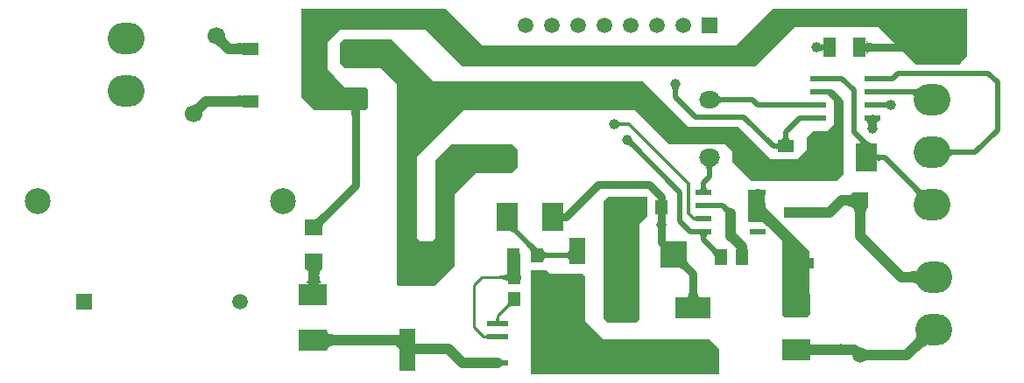
<source format=gtl>
G04 Layer_Physical_Order=1*
G04 Layer_Color=255*
%FSLAX44Y44*%
%MOMM*%
G71*
G01*
G75*
%ADD10R,2.1590X2.7430*%
%ADD11R,2.7430X2.1590*%
%ADD12R,1.5240X0.5080*%
%ADD13R,3.0000X1.0000*%
%ADD14R,1.2700X1.6002*%
%ADD15R,1.3000X1.8500*%
%ADD16R,1.6002X1.2700*%
%ADD17R,1.2700X1.3970*%
%ADD18R,1.6510X1.5240*%
%ADD19R,1.6000X1.1999*%
%ADD20R,1.5000X2.5000*%
%ADD21R,3.5000X2.0000*%
%ADD22R,2.0000X0.6000*%
%ADD23R,1.5000X4.0640*%
%ADD24O,1.5000X4.0640*%
%ADD25R,2.5000X2.5000*%
%ADD26R,2.5000X2.0000*%
%ADD27C,1.0000*%
%ADD28C,0.7620*%
%ADD29C,0.5000*%
%ADD30C,0.3000*%
%ADD31C,0.2540*%
%ADD32C,1.2700*%
%ADD33C,1.5000*%
%ADD34R,1.5000X1.5000*%
%ADD35O,2.0320X1.6510*%
%ADD36O,3.5560X3.0480*%
%ADD37R,1.5000X1.5000*%
%ADD38C,2.5000*%
%ADD39C,1.7000*%
%ADD40C,1.0000*%
G36*
X500453Y-232722D02*
X502166Y-234155D01*
X502948Y-234692D01*
X503680Y-235108D01*
X504362Y-235405D01*
X504994Y-235581D01*
X505577Y-235638D01*
X506110Y-235575D01*
X506592Y-235392D01*
X497393Y-240273D01*
X497770Y-239984D01*
X497983Y-239602D01*
X498034Y-239127D01*
X497922Y-238559D01*
X497646Y-237898D01*
X497208Y-237145D01*
X496607Y-236298D01*
X495844Y-235359D01*
X493827Y-233202D01*
X499521Y-231826D01*
X500453Y-232722D01*
D02*
G37*
G36*
X669116Y-222239D02*
X668691Y-222390D01*
X668316Y-222642D01*
X667991Y-222994D01*
X667716Y-223447D01*
X667491Y-224000D01*
X667316Y-224654D01*
X667191Y-225408D01*
X667116Y-226264D01*
X667091Y-227220D01*
X662091D01*
X662066Y-226264D01*
X661991Y-225408D01*
X661866Y-224654D01*
X661691Y-224000D01*
X661466Y-223447D01*
X661191Y-222994D01*
X660866Y-222642D01*
X660491Y-222390D01*
X660066Y-222239D01*
X659591Y-222189D01*
X669591D01*
X669116Y-222239D01*
D02*
G37*
G36*
X484837Y-214302D02*
X484632Y-214694D01*
X484588Y-215175D01*
X484704Y-215747D01*
X484981Y-216409D01*
X485417Y-217161D01*
X486015Y-218004D01*
X486772Y-218936D01*
X488768Y-221073D01*
X483330Y-222706D01*
X482388Y-221798D01*
X480659Y-220350D01*
X479874Y-219810D01*
X479140Y-219392D01*
X478459Y-219097D01*
X477831Y-218924D01*
X477255Y-218873D01*
X476731Y-218946D01*
X476259Y-219140D01*
X485202Y-214002D01*
X484837Y-214302D01*
D02*
G37*
G36*
X510021Y-237791D02*
X510172Y-238216D01*
X510424Y-238591D01*
X510776Y-238916D01*
X511229Y-239191D01*
X511782Y-239416D01*
X512436Y-239591D01*
X513190Y-239716D01*
X514046Y-239791D01*
X515001Y-239816D01*
Y-244816D01*
X514046Y-244841D01*
X513190Y-244916D01*
X512436Y-245041D01*
X511782Y-245216D01*
X511229Y-245441D01*
X510776Y-245716D01*
X510424Y-246041D01*
X510172Y-246416D01*
X510021Y-246841D01*
X509971Y-247316D01*
Y-237316D01*
X510021Y-237791D01*
D02*
G37*
G36*
X534851Y-247316D02*
X534801Y-246841D01*
X534650Y-246416D01*
X534398Y-246041D01*
X534046Y-245716D01*
X533593Y-245441D01*
X533040Y-245216D01*
X532386Y-245041D01*
X531632Y-244916D01*
X530776Y-244841D01*
X529821Y-244816D01*
Y-239816D01*
X530776Y-239791D01*
X531632Y-239716D01*
X532386Y-239591D01*
X533040Y-239416D01*
X533593Y-239191D01*
X534046Y-238916D01*
X534398Y-238591D01*
X534650Y-238216D01*
X534801Y-237791D01*
X534851Y-237316D01*
Y-247316D01*
D02*
G37*
G36*
X674613Y-234163D02*
X676554Y-235823D01*
X677393Y-236417D01*
X678144Y-236852D01*
X678807Y-237130D01*
X679383Y-237250D01*
X679870Y-237212D01*
X680270Y-237016D01*
X680583Y-236662D01*
X675193Y-245354D01*
X675399Y-244893D01*
X675480Y-244378D01*
X675435Y-243808D01*
X675266Y-243184D01*
X674972Y-242504D01*
X674553Y-241770D01*
X674009Y-240980D01*
X673340Y-240136D01*
X672546Y-239237D01*
X671627Y-238283D01*
X673512Y-233096D01*
X674613Y-234163D01*
D02*
G37*
G36*
X657001Y-222220D02*
X652018Y-222210D01*
Y-217210D01*
X657001Y-217201D01*
Y-222220D01*
D02*
G37*
G36*
X677180Y-191810D02*
Y-196810D01*
X672180Y-196819D01*
Y-191800D01*
X677180Y-191810D01*
D02*
G37*
G36*
X872605Y-177392D02*
X873348Y-178029D01*
X874049Y-178555D01*
X874710Y-178970D01*
X875330Y-179273D01*
X875909Y-179465D01*
X876448Y-179546D01*
X876945Y-179515D01*
X877401Y-179373D01*
X877817Y-179120D01*
X869894Y-185313D01*
X870230Y-184979D01*
X870446Y-184596D01*
X870543Y-184164D01*
X870520Y-183682D01*
X870377Y-183152D01*
X870114Y-182572D01*
X869732Y-181943D01*
X869230Y-181265D01*
X868609Y-180538D01*
X867868Y-179761D01*
X871821Y-176644D01*
X872605Y-177392D01*
D02*
G37*
G36*
X667116Y-175056D02*
X667191Y-175912D01*
X667316Y-176666D01*
X667491Y-177320D01*
X667716Y-177873D01*
X667991Y-178326D01*
X668316Y-178678D01*
X668691Y-178930D01*
X669116Y-179081D01*
X669591Y-179131D01*
X659591D01*
X660066Y-179081D01*
X660491Y-178930D01*
X660866Y-178678D01*
X661191Y-178326D01*
X661466Y-177873D01*
X661691Y-177320D01*
X661866Y-176666D01*
X661991Y-175912D01*
X662066Y-175056D01*
X662091Y-174100D01*
X667091D01*
X667116Y-175056D01*
D02*
G37*
G36*
X301649Y-206914D02*
X300108Y-208507D01*
X297694Y-211351D01*
X296819Y-212600D01*
X296166Y-213735D01*
X295735Y-214756D01*
X295526Y-215661D01*
X295539Y-216452D01*
X295774Y-217128D01*
X296230Y-217690D01*
X284849Y-207579D01*
X285468Y-207978D01*
X286188Y-208169D01*
X287011Y-208150D01*
X287935Y-207922D01*
X288962Y-207485D01*
X290091Y-206838D01*
X291321Y-205982D01*
X292654Y-204918D01*
X295625Y-202160D01*
X301649Y-206914D01*
D02*
G37*
G36*
X808633Y-196884D02*
X823571D01*
X823102Y-196984D01*
X822682Y-197283D01*
X822312Y-197784D01*
X821991Y-198484D01*
X821719Y-199384D01*
X821497Y-200483D01*
X821324Y-201784D01*
X821127Y-204984D01*
X821102Y-206884D01*
X811102D01*
X811077Y-204984D01*
X810707Y-200483D01*
X810485Y-199384D01*
X810213Y-198484D01*
X809892Y-197784D01*
X809521Y-197283D01*
X809102Y-196984D01*
X808633Y-196884D01*
X808532Y-196414D01*
X808232Y-195994D01*
X807732Y-195624D01*
X807032Y-195303D01*
X806133Y-195031D01*
X805033Y-194809D01*
X803733Y-194636D01*
X800533Y-194439D01*
X798633Y-194414D01*
Y-184414D01*
X800533Y-184389D01*
X805033Y-184019D01*
X806133Y-183797D01*
X807032Y-183525D01*
X807732Y-183204D01*
X808232Y-182833D01*
X808532Y-182414D01*
X808633Y-181945D01*
Y-196884D01*
D02*
G37*
G36*
X685891Y-193386D02*
X688217Y-195414D01*
X688904Y-195923D01*
X689548Y-196349D01*
X690147Y-196691D01*
X690703Y-196949D01*
X691214Y-197123D01*
X691682Y-197214D01*
X686164Y-202732D01*
X686073Y-202264D01*
X685899Y-201753D01*
X685640Y-201197D01*
X685299Y-200598D01*
X684873Y-199954D01*
X684364Y-199267D01*
X683095Y-197760D01*
X681492Y-196078D01*
X685028Y-192542D01*
X685891Y-193386D01*
D02*
G37*
G36*
X455527Y-324104D02*
X455501Y-323863D01*
X455424Y-323647D01*
X455296Y-323456D01*
X455116Y-323291D01*
X454884Y-323152D01*
X454602Y-323037D01*
X454267Y-322948D01*
X453882Y-322885D01*
X453445Y-322847D01*
X452957Y-322834D01*
Y-320294D01*
X453445Y-320281D01*
X453882Y-320243D01*
X454267Y-320180D01*
X454602Y-320091D01*
X454884Y-319977D01*
X455116Y-319837D01*
X455296Y-319672D01*
X455424Y-319481D01*
X455501Y-319265D01*
X455527Y-319024D01*
Y-324104D01*
D02*
G37*
G36*
X610362Y-186182D02*
Y-204470D01*
X609600Y-205232D01*
X602488Y-212344D01*
Y-291592D01*
Y-304800D01*
X601726Y-305562D01*
X599440Y-307848D01*
X572516D01*
X572262Y-307594D01*
X568198Y-303530D01*
Y-215138D01*
Y-189738D01*
X568960Y-188976D01*
X572516Y-185420D01*
X609600D01*
X610362Y-186182D01*
D02*
G37*
G36*
X466749Y-303843D02*
X466787Y-304280D01*
X466850Y-304665D01*
X466939Y-305000D01*
X467053Y-305282D01*
X467193Y-305514D01*
X467358Y-305694D01*
X467549Y-305822D01*
X467765Y-305899D01*
X468006Y-305925D01*
X462926D01*
X463167Y-305899D01*
X463383Y-305822D01*
X463574Y-305694D01*
X463739Y-305514D01*
X463879Y-305282D01*
X463993Y-305000D01*
X464082Y-304665D01*
X464145Y-304280D01*
X464183Y-303843D01*
X464196Y-303354D01*
X466736D01*
X466749Y-303843D01*
D02*
G37*
G36*
X516128Y-260604D02*
X547878D01*
X550418Y-263144D01*
Y-282702D01*
Y-306578D01*
X554990Y-311150D01*
X567436Y-323596D01*
X670560D01*
X672338Y-325374D01*
X679958Y-332994D01*
Y-357308D01*
X497840D01*
Y-257048D01*
X512572D01*
X516128Y-260604D01*
D02*
G37*
G36*
X300774Y-315564D02*
X301075Y-316414D01*
X301577Y-317164D01*
X302279Y-317814D01*
X303182Y-318364D01*
X304285Y-318814D01*
X305589Y-319164D01*
X307094Y-319414D01*
X308799Y-319564D01*
X310704Y-319614D01*
Y-329614D01*
X308799Y-329664D01*
X307094Y-329814D01*
X305589Y-330064D01*
X304285Y-330414D01*
X303182Y-330864D01*
X302279Y-331414D01*
X301577Y-332064D01*
X301075Y-332814D01*
X300774Y-333664D01*
X300674Y-334614D01*
Y-314614D01*
X300774Y-315564D01*
D02*
G37*
G36*
X884838Y-329678D02*
X884025Y-329153D01*
X883105Y-328876D01*
X882077Y-328848D01*
X880942Y-329068D01*
X879698Y-329537D01*
X878348Y-330254D01*
X876889Y-331219D01*
X875323Y-332434D01*
X873650Y-333896D01*
X871868Y-335607D01*
X864346Y-328987D01*
X866033Y-327229D01*
X868635Y-324064D01*
X869549Y-322657D01*
X870206Y-321366D01*
X870606Y-320191D01*
X870748Y-319134D01*
X870633Y-318193D01*
X870260Y-317368D01*
X869630Y-316660D01*
X884838Y-329678D01*
D02*
G37*
G36*
X724154Y-191784D02*
X724250Y-191800D01*
X724154D01*
Y-195834D01*
X737362Y-209042D01*
X766572Y-238252D01*
Y-292354D01*
Y-300482D01*
X766064Y-300990D01*
X764540Y-302514D01*
X743458D01*
X740918Y-299974D01*
Y-290576D01*
Y-229108D01*
X726821Y-215011D01*
Y-214630D01*
X726440D01*
X722122Y-210312D01*
X708914D01*
X708660Y-210058D01*
X707390Y-208788D01*
Y-207772D01*
Y-179070D01*
X724154D01*
Y-191784D01*
D02*
G37*
G36*
X295648Y-255847D02*
X295100Y-256147D01*
X294616Y-256647D01*
X294197Y-257348D01*
X293842Y-258248D01*
X293552Y-259347D01*
X293326Y-260648D01*
X293165Y-262148D01*
X293157Y-262365D01*
X293236Y-263260D01*
X293486Y-264765D01*
X293836Y-266069D01*
X294286Y-267172D01*
X294836Y-268075D01*
X295486Y-268777D01*
X296236Y-269279D01*
X297086Y-269580D01*
X298036Y-269680D01*
X278036D01*
X278986Y-269580D01*
X279836Y-269279D01*
X280586Y-268777D01*
X281236Y-268075D01*
X281786Y-267172D01*
X282236Y-266069D01*
X282586Y-264765D01*
X282836Y-263260D01*
X282899Y-262546D01*
X282746Y-260648D01*
X282520Y-259347D01*
X282230Y-258248D01*
X281875Y-257348D01*
X281456Y-256647D01*
X280972Y-256147D01*
X280424Y-255847D01*
X279811Y-255748D01*
X296261D01*
X295648Y-255847D01*
D02*
G37*
G36*
X476843Y-268399D02*
X476118Y-267787D01*
X475233Y-267239D01*
X474188Y-266755D01*
X472984Y-266336D01*
X471621Y-265982D01*
X470097Y-265692D01*
X468414Y-265466D01*
X464570Y-265208D01*
X462408Y-265176D01*
Y-262636D01*
X464570Y-262604D01*
X470097Y-262120D01*
X471621Y-261830D01*
X472984Y-261476D01*
X474188Y-261057D01*
X475233Y-260573D01*
X476118Y-260025D01*
X476843Y-259413D01*
Y-268399D01*
D02*
G37*
G36*
X647881Y-244091D02*
X647669Y-244790D01*
X647672Y-245596D01*
X647890Y-246511D01*
X648324Y-247535D01*
X648974Y-248666D01*
X649839Y-249907D01*
X650920Y-251255D01*
X653728Y-254277D01*
X648339Y-259666D01*
X646774Y-258154D01*
X643969Y-255777D01*
X642729Y-254912D01*
X641597Y-254262D01*
X640573Y-253828D01*
X639658Y-253610D01*
X638852Y-253607D01*
X638153Y-253819D01*
X637563Y-254247D01*
X648309Y-243501D01*
X647881Y-244091D01*
D02*
G37*
G36*
X477968Y-292166D02*
X477801Y-291997D01*
X477592Y-291906D01*
X477340Y-291894D01*
X477045Y-291959D01*
X476707Y-292103D01*
X476326Y-292324D01*
X475903Y-292624D01*
X475437Y-293002D01*
X474375Y-293993D01*
X473214Y-291562D01*
X473692Y-291066D01*
X474451Y-290166D01*
X474732Y-289762D01*
X474947Y-289387D01*
X475097Y-289043D01*
X475181Y-288730D01*
X475200Y-288446D01*
X475153Y-288193D01*
X475041Y-287969D01*
X477968Y-292166D01*
D02*
G37*
G36*
X658422Y-276904D02*
X658536Y-278205D01*
X658727Y-279352D01*
X658994Y-280347D01*
X659336Y-281188D01*
X659756Y-281877D01*
X660251Y-282412D01*
X660822Y-282795D01*
X661470Y-283025D01*
X662194Y-283101D01*
X646954D01*
X647678Y-283025D01*
X648326Y-282795D01*
X648897Y-282412D01*
X649392Y-281877D01*
X649811Y-281188D01*
X650154Y-280347D01*
X650421Y-279352D01*
X650612Y-278205D01*
X650726Y-276904D01*
X650764Y-275450D01*
X658384D01*
X658422Y-276904D01*
D02*
G37*
G36*
X873244Y-273632D02*
X873115Y-272686D01*
X872726Y-271839D01*
X872078Y-271092D01*
X871171Y-270445D01*
X870006Y-269897D01*
X868581Y-269449D01*
X866897Y-269100D01*
X864954Y-268851D01*
X862752Y-268702D01*
X860290Y-268652D01*
Y-258652D01*
X862752Y-258602D01*
X866897Y-258204D01*
X868581Y-257855D01*
X870006Y-257407D01*
X871171Y-256859D01*
X872078Y-256212D01*
X872726Y-255465D01*
X873115Y-254618D01*
X873244Y-253672D01*
Y-273632D01*
D02*
G37*
G36*
X867728Y-89081D02*
X867994Y-88605D01*
X868105Y-88179D01*
X868061Y-87802D01*
X867862Y-87477D01*
X867508Y-87201D01*
X866999Y-86975D01*
X866335Y-86800D01*
X865516Y-86674D01*
X864542Y-86599D01*
X863413Y-86574D01*
X866508Y-81574D01*
X867734Y-81549D01*
X869906Y-81351D01*
X870851Y-81178D01*
X871704Y-80955D01*
X872463Y-80683D01*
X873128Y-80362D01*
X873701Y-79991D01*
X874180Y-79570D01*
X874565Y-79100D01*
X867728Y-89081D01*
D02*
G37*
G36*
X840248Y-81574D02*
Y-86574D01*
X835248Y-86583D01*
Y-81565D01*
X840248Y-81574D01*
D02*
G37*
G36*
X640850Y-80747D02*
X640680Y-80997D01*
X640530Y-81283D01*
X640400Y-81605D01*
X640290Y-81963D01*
X640200Y-82357D01*
X640130Y-82787D01*
X640080Y-83252D01*
X640040Y-84292D01*
X635040D01*
X635030Y-83754D01*
X634950Y-82787D01*
X634880Y-82357D01*
X634790Y-81963D01*
X634680Y-81605D01*
X634550Y-81283D01*
X634400Y-80997D01*
X634230Y-80747D01*
X634040Y-80533D01*
X641040D01*
X640850Y-80747D01*
D02*
G37*
G36*
X218598Y-99187D02*
X218498Y-99003D01*
X218199Y-98838D01*
X217698Y-98693D01*
X216999Y-98567D01*
X216098Y-98460D01*
X213699Y-98305D01*
X208598Y-98218D01*
Y-88218D01*
X210499Y-88208D01*
X217698Y-87743D01*
X218199Y-87598D01*
X218498Y-87433D01*
X218598Y-87249D01*
Y-99187D01*
D02*
G37*
G36*
X678711Y-87439D02*
X678901Y-87860D01*
X679217Y-88232D01*
X679659Y-88555D01*
X680229Y-88828D01*
X680924Y-89051D01*
X681746Y-89225D01*
X682695Y-89349D01*
X683770Y-89423D01*
X684971Y-89448D01*
Y-94448D01*
X683770Y-94473D01*
X681746Y-94671D01*
X680924Y-94845D01*
X680229Y-95068D01*
X679659Y-95341D01*
X679217Y-95663D01*
X678901Y-96036D01*
X678711Y-96457D01*
X678648Y-96929D01*
Y-86967D01*
X678711Y-87439D01*
D02*
G37*
G36*
X841822Y-100342D02*
X841615Y-100139D01*
X841371Y-99958D01*
X841090Y-99797D01*
X840772Y-99658D01*
X840418Y-99541D01*
X840028Y-99445D01*
X839601Y-99370D01*
X839137Y-99317D01*
X838194Y-99278D01*
X835248Y-99284D01*
Y-94264D01*
X838579Y-94271D01*
X838932Y-94265D01*
X839902Y-94191D01*
X840334Y-94126D01*
X840731Y-94043D01*
X841091Y-93942D01*
X841416Y-93822D01*
X841706Y-93683D01*
X841960Y-93526D01*
X842178Y-93351D01*
X841822Y-100342D01*
D02*
G37*
G36*
X788178Y-68874D02*
Y-73874D01*
X783178Y-73884D01*
Y-68864D01*
X788178Y-68874D01*
D02*
G37*
G36*
X201982Y-30783D02*
X202085Y-31114D01*
X202259Y-31490D01*
X202504Y-31909D01*
X202819Y-32372D01*
X203204Y-32878D01*
X204187Y-34022D01*
X205452Y-35341D01*
X198381Y-42412D01*
X197700Y-41744D01*
X195412Y-39779D01*
X194949Y-39464D01*
X194530Y-39219D01*
X194154Y-39045D01*
X193823Y-38942D01*
X193535Y-38910D01*
X201950Y-30495D01*
X201982Y-30783D01*
D02*
G37*
G36*
X919734Y-49530D02*
X913384Y-55880D01*
X911352Y-57912D01*
X870204D01*
X861314Y-49022D01*
X833882Y-21590D01*
X752348D01*
X722884Y-51054D01*
X714248Y-59690D01*
X431800D01*
X397764Y-25654D01*
X396240Y-24130D01*
X313436D01*
X305562Y-32004D01*
X301244Y-36322D01*
Y-42926D01*
Y-62484D01*
X308356Y-69596D01*
X318516Y-79756D01*
X337820D01*
X339852Y-81788D01*
Y-99568D01*
X337820Y-101600D01*
X332723D01*
X332588Y-101930D01*
X332321Y-102921D01*
X332130Y-104064D01*
X332016Y-105359D01*
X331978Y-106807D01*
X324358D01*
X324320Y-105359D01*
X324206Y-104064D01*
X324015Y-102921D01*
X323748Y-101930D01*
X323613Y-101600D01*
X287782D01*
X276352Y-90170D01*
X275844Y-89662D01*
Y-55118D01*
Y-3626D01*
X415614D01*
X443484Y-31496D01*
X451358Y-39370D01*
X696214D01*
X731958Y-3626D01*
X919734D01*
Y-49530D01*
D02*
G37*
G36*
X779923Y-38862D02*
X780897Y-38902D01*
X780603Y-43902D01*
X780064Y-43911D01*
X779923Y-43922D01*
Y-46402D01*
X779873Y-45927D01*
X779722Y-45502D01*
X779470Y-45127D01*
X779118Y-44802D01*
X778665Y-44527D01*
X778112Y-44302D01*
X777885Y-44241D01*
X777580Y-44354D01*
X777290Y-44493D01*
X777036Y-44650D01*
X776818Y-44825D01*
X776859Y-44028D01*
X776703Y-44002D01*
X775848Y-43927D01*
X774893Y-43902D01*
Y-38902D01*
X775848Y-38877D01*
X776703Y-38802D01*
X777128Y-38732D01*
X777174Y-37834D01*
X777381Y-38037D01*
X777625Y-38218D01*
X777906Y-38379D01*
X778151Y-38486D01*
X778665Y-38277D01*
X779118Y-38002D01*
X779470Y-37677D01*
X779722Y-37302D01*
X779873Y-36877D01*
X779923Y-36402D01*
Y-38862D01*
D02*
G37*
G36*
X840248Y-68874D02*
Y-73874D01*
X835248Y-73884D01*
Y-68864D01*
X840248Y-68874D01*
D02*
G37*
G36*
X821908Y-34252D02*
X822136Y-34900D01*
X822517Y-35471D01*
X823051Y-35966D01*
X823736Y-36386D01*
X824575Y-36728D01*
X825565Y-36995D01*
X826708Y-37186D01*
X828004Y-37300D01*
X829452Y-37338D01*
Y-44958D01*
X828004Y-44996D01*
X826708Y-45110D01*
X825565Y-45301D01*
X824575Y-45568D01*
X823736Y-45911D01*
X823051Y-46330D01*
X822517Y-46825D01*
X822136Y-47396D01*
X821908Y-48044D01*
X821832Y-48768D01*
Y-33528D01*
X821908Y-34252D01*
D02*
G37*
G36*
X218598Y-48387D02*
X218498Y-48203D01*
X218199Y-48038D01*
X217698Y-47893D01*
X216999Y-47767D01*
X216098Y-47660D01*
X213699Y-47505D01*
X208598Y-47418D01*
Y-37418D01*
X210499Y-37408D01*
X217698Y-36943D01*
X218199Y-36798D01*
X218498Y-36633D01*
X218598Y-36449D01*
Y-48387D01*
D02*
G37*
G36*
X902150Y-138232D02*
X902321Y-138656D01*
X902605Y-139029D01*
X903002Y-139352D01*
X903513Y-139626D01*
X904138Y-139850D01*
X904876Y-140024D01*
X905727Y-140148D01*
X906693Y-140223D01*
X907772Y-140248D01*
Y-145248D01*
X906693Y-145273D01*
X905727Y-145347D01*
X904876Y-145472D01*
X904138Y-145646D01*
X903513Y-145870D01*
X903002Y-146144D01*
X902605Y-146467D01*
X902321Y-146840D01*
X902150Y-147263D01*
X902093Y-147736D01*
Y-137760D01*
X902150Y-138232D01*
D02*
G37*
G36*
X736026Y-140619D02*
X735988Y-140389D01*
X735876Y-140183D01*
X735689Y-140001D01*
X735427Y-139843D01*
X735090Y-139709D01*
X734678Y-139600D01*
X734191Y-139515D01*
X733630Y-139454D01*
X732282Y-139406D01*
Y-134406D01*
X732993Y-134394D01*
X734191Y-134297D01*
X734678Y-134212D01*
X735090Y-134103D01*
X735427Y-133969D01*
X735689Y-133811D01*
X735876Y-133629D01*
X735988Y-133423D01*
X736026Y-133193D01*
Y-140619D01*
D02*
G37*
G36*
X595830Y-131029D02*
X595903Y-131316D01*
X596014Y-131615D01*
X596163Y-131927D01*
X596349Y-132252D01*
X596573Y-132589D01*
X596835Y-132939D01*
X597472Y-133676D01*
X597848Y-134064D01*
X594607Y-137894D01*
X594219Y-137522D01*
X593476Y-136903D01*
X593121Y-136656D01*
X592776Y-136450D01*
X592442Y-136286D01*
X592119Y-136164D01*
X591806Y-136084D01*
X591504Y-136045D01*
X591213Y-136047D01*
X595794Y-130755D01*
X595830Y-131029D01*
D02*
G37*
G36*
X373888Y-44450D02*
X403860Y-74422D01*
X606298D01*
X644906Y-113030D01*
X650240Y-118364D01*
X698500D01*
X717550Y-137414D01*
X729234Y-149098D01*
X755650D01*
X758698Y-146050D01*
X764032Y-140716D01*
Y-132588D01*
Y-128778D01*
X768096Y-124714D01*
X770128Y-122682D01*
X783844D01*
X788924Y-117602D01*
X790448Y-116078D01*
Y-102108D01*
Y-92710D01*
X787400Y-89662D01*
X784352Y-86614D01*
X772160D01*
X769874Y-84328D01*
X770890Y-83312D01*
Y-82550D01*
X783178D01*
Y-81565D01*
X788162Y-81574D01*
Y-82550D01*
X790194D01*
X793496Y-85852D01*
X800354Y-92710D01*
Y-156464D01*
Y-164084D01*
X796036Y-168402D01*
X793750Y-170688D01*
X710692D01*
X694944Y-154940D01*
X692150Y-152146D01*
Y-142494D01*
Y-141986D01*
X687324Y-137160D01*
X685292Y-135128D01*
X630936D01*
X600710Y-104902D01*
X598170Y-102362D01*
X432562D01*
X406400Y-128524D01*
X387604Y-147320D01*
Y-226314D01*
X390652Y-229362D01*
X401828D01*
X403606Y-227584D01*
X405130Y-226060D01*
Y-214122D01*
Y-150622D01*
X414782Y-140970D01*
X421132Y-134620D01*
X479552D01*
X484632Y-139700D01*
X485140Y-140208D01*
Y-155194D01*
Y-156972D01*
X480568Y-161544D01*
X478790Y-163322D01*
X443992D01*
X432054Y-175260D01*
X424434Y-182880D01*
Y-243332D01*
Y-252476D01*
X410464Y-266446D01*
X405130Y-271780D01*
X369570D01*
X368300Y-270510D01*
Y-76708D01*
X354076Y-62484D01*
X352806Y-61214D01*
X318516D01*
X315214Y-57912D01*
X313436Y-56134D01*
Y-44450D01*
Y-36576D01*
X314960Y-35052D01*
X316992Y-33020D01*
X362458D01*
X373888Y-44450D01*
D02*
G37*
G36*
X674748Y-155764D02*
X674324Y-155932D01*
X673951Y-156211D01*
X673627Y-156601D01*
X673353Y-157103D01*
X673129Y-157717D01*
X672954Y-158442D01*
X672830Y-159279D01*
X672755Y-160228D01*
X672730Y-161288D01*
X667730D01*
X667705Y-160228D01*
X667630Y-159279D01*
X667506Y-158442D01*
X667331Y-157717D01*
X667107Y-157103D01*
X666833Y-156601D01*
X666509Y-156211D01*
X666136Y-155932D01*
X665712Y-155764D01*
X665239Y-155709D01*
X675221D01*
X674748Y-155764D01*
D02*
G37*
G36*
X832758Y-143303D02*
X832908Y-143728D01*
X833158Y-144103D01*
X833509Y-144428D01*
X833959Y-144703D01*
X834509Y-144928D01*
X835158Y-145103D01*
X835909Y-145228D01*
X836758Y-145303D01*
X837709Y-145328D01*
Y-150328D01*
X836758Y-150353D01*
X835909Y-150428D01*
X835158Y-150553D01*
X834509Y-150728D01*
X833959Y-150953D01*
X833509Y-151228D01*
X833158Y-151553D01*
X832908Y-151928D01*
X832758Y-152353D01*
X832709Y-152828D01*
Y-142828D01*
X832758Y-143303D01*
D02*
G37*
G36*
X820494Y-129854D02*
X822481Y-131560D01*
X823420Y-132254D01*
X824322Y-132840D01*
X825188Y-133321D01*
X826017Y-133694D01*
X826809Y-133961D01*
X827565Y-134121D01*
X828285Y-134174D01*
X814142D01*
X814784Y-134138D01*
X815284Y-134031D01*
X815640Y-133853D01*
X815854Y-133603D01*
X815925Y-133282D01*
X815854Y-132890D01*
X815640Y-132427D01*
X815284Y-131892D01*
X814784Y-131285D01*
X814142Y-130608D01*
X819446Y-128840D01*
X820494Y-129854D01*
D02*
G37*
G36*
X767999Y-111983D02*
X762999Y-111974D01*
Y-106974D01*
X767999Y-106965D01*
Y-111983D01*
D02*
G37*
G36*
X183452Y-100479D02*
X182784Y-101160D01*
X180819Y-103448D01*
X180504Y-103911D01*
X180259Y-104330D01*
X180085Y-104705D01*
X179982Y-105037D01*
X179950Y-105325D01*
X171535Y-96910D01*
X171823Y-96878D01*
X172155Y-96775D01*
X172530Y-96601D01*
X172949Y-96356D01*
X173412Y-96041D01*
X173918Y-95656D01*
X175062Y-94673D01*
X176381Y-93408D01*
X183452Y-100479D01*
D02*
G37*
G36*
X767999Y-99284D02*
X762999Y-99274D01*
Y-94274D01*
X767999Y-94264D01*
Y-99284D01*
D02*
G37*
G36*
X746491Y-126542D02*
X746566Y-127397D01*
X746691Y-128152D01*
X746866Y-128806D01*
X747091Y-129359D01*
X747366Y-129812D01*
X747691Y-130164D01*
X748066Y-130416D01*
X748491Y-130567D01*
X748966Y-130617D01*
X738966D01*
X739441Y-130567D01*
X739866Y-130416D01*
X740241Y-130164D01*
X740566Y-129812D01*
X740841Y-129359D01*
X741066Y-128806D01*
X741241Y-128152D01*
X741366Y-127397D01*
X741441Y-126542D01*
X741466Y-125587D01*
X746466D01*
X746491Y-126542D01*
D02*
G37*
G36*
X834271Y-112026D02*
X833683Y-112245D01*
X833164Y-112610D01*
X832714Y-113121D01*
X832334Y-113778D01*
X832022Y-114581D01*
X831780Y-115530D01*
X831607Y-116625D01*
X831504Y-117866D01*
X831469Y-119253D01*
X823849D01*
X823814Y-117866D01*
X823711Y-116625D01*
X823538Y-115530D01*
X823296Y-114581D01*
X822984Y-113778D01*
X822604Y-113121D01*
X822154Y-112610D01*
X821635Y-112245D01*
X821047Y-112026D01*
X820389Y-111953D01*
X834929D01*
X834271Y-112026D01*
D02*
G37*
G36*
X581816Y-112450D02*
X582216Y-112790D01*
X582622Y-113090D01*
X583034Y-113350D01*
X583451Y-113570D01*
X583873Y-113750D01*
X584302Y-113890D01*
X584735Y-113990D01*
X585175Y-114050D01*
X585620Y-114070D01*
Y-117070D01*
X585175Y-117090D01*
X584735Y-117150D01*
X584302Y-117250D01*
X583873Y-117390D01*
X583451Y-117570D01*
X583034Y-117790D01*
X582622Y-118050D01*
X582216Y-118350D01*
X581816Y-118690D01*
X581421Y-119070D01*
Y-112070D01*
X581816Y-112450D01*
D02*
G37*
D10*
X777744Y-147828D02*
D03*
X821944D02*
D03*
X474468Y-205486D02*
D03*
X518668D02*
D03*
D11*
X753872Y-289556D02*
D03*
Y-333756D02*
D03*
X287020Y-280414D02*
D03*
Y-324614D02*
D03*
X587248Y-337060D02*
D03*
Y-292860D02*
D03*
D12*
X664591Y-181610D02*
D03*
Y-194310D02*
D03*
Y-207010D02*
D03*
Y-219710D02*
D03*
X716661D02*
D03*
Y-207010D02*
D03*
Y-194310D02*
D03*
Y-181610D02*
D03*
X827659Y-109474D02*
D03*
Y-96774D02*
D03*
Y-84074D02*
D03*
Y-71374D02*
D03*
X775589D02*
D03*
Y-84074D02*
D03*
Y-96774D02*
D03*
Y-109474D02*
D03*
D13*
X757174Y-200936D02*
D03*
Y-249936D02*
D03*
D14*
X701802Y-244602D02*
D03*
X681482D02*
D03*
D15*
X786362Y-41402D02*
D03*
X815362D02*
D03*
D16*
X743966Y-157226D02*
D03*
Y-136906D02*
D03*
D17*
X503682Y-242316D02*
D03*
X480822D02*
D03*
X481330Y-285242D02*
D03*
X504190D02*
D03*
X481330Y-263906D02*
D03*
X504190D02*
D03*
X624078Y-195834D02*
D03*
X601218D02*
D03*
D18*
X288036Y-248158D02*
D03*
Y-215138D02*
D03*
D19*
X226568Y-42418D02*
D03*
Y-93218D02*
D03*
X328168D02*
D03*
Y-42418D02*
D03*
D20*
X542290Y-238318D02*
D03*
Y-278318D02*
D03*
D21*
X654574Y-293040D02*
D03*
Y-342040D02*
D03*
D22*
X465466Y-308864D02*
D03*
Y-321564D02*
D03*
Y-346964D02*
D03*
X514466Y-308864D02*
D03*
Y-321564D02*
D03*
Y-334264D02*
D03*
Y-346964D02*
D03*
D23*
X378206Y-334010D02*
D03*
D24*
Y-246380D02*
D03*
D25*
X635870Y-241808D02*
D03*
D26*
X585870D02*
D03*
D27*
X753872Y-289556D02*
Y-234950D01*
X716661Y-198501D02*
X725170Y-207010D01*
X753872Y-333756D02*
X810444D01*
X816102Y-339414D02*
X860990D01*
X400558Y-332740D02*
X417830D01*
X585870Y-291482D02*
Y-241808D01*
X378206Y-246380D02*
Y-202184D01*
X725170Y-156210D02*
X742950D01*
X707390D02*
X725170D01*
X695960Y-127000D02*
X725170Y-156210D01*
X642366Y-127000D02*
X695960D01*
X742950Y-156210D02*
X743966Y-157226D01*
X607314Y-91948D02*
X642366Y-127000D01*
X798138Y-189414D02*
X816102D01*
X786616Y-200936D02*
X798138Y-189414D01*
X757174Y-200936D02*
X786616D01*
X432054Y-346964D02*
X465466D01*
X417830Y-332740D02*
X432054Y-346964D01*
X378206Y-202184D02*
Y-90932D01*
X433832Y-148082D02*
X470230D01*
X411734Y-170180D02*
X433832Y-148082D01*
X411734Y-231648D02*
Y-170180D01*
X725932Y-207010D02*
X753872Y-234950D01*
X716661Y-198501D02*
Y-194310D01*
X693928Y-226314D02*
X701802Y-234188D01*
X691134Y-223520D02*
X693928Y-226314D01*
X397002Y-246380D02*
X411734Y-231648D01*
X378206Y-246380D02*
X397002D01*
X379476Y-332740D02*
X400558D01*
X576580Y-193040D02*
X579374Y-195834D01*
X601218D01*
X470230Y-91948D02*
X607314D01*
X378206Y-90932D02*
Y-67564D01*
Y-90932D02*
X379222Y-91948D01*
X470230D01*
X691134Y-223520D02*
Y-202184D01*
X701802Y-244602D02*
Y-234188D01*
X716661Y-194310D02*
Y-183642D01*
X816102Y-224028D02*
Y-189414D01*
Y-224028D02*
X855726Y-263652D01*
X887222D01*
X860990Y-339414D02*
X885952Y-314452D01*
X887222D01*
X810444Y-333756D02*
X816102Y-339414D01*
X585870Y-241808D02*
X587248Y-240430D01*
Y-209804D01*
X601218Y-195834D01*
X585870Y-291482D02*
X587248Y-292860D01*
Y-337060D02*
X592228Y-342040D01*
X654574D01*
X514466Y-334264D02*
X517262Y-337060D01*
X587248D01*
X504190Y-285242D02*
X511114Y-278318D01*
X542290D01*
X504190Y-285242D02*
Y-263906D01*
Y-287782D02*
Y-285242D01*
X514466Y-308864D02*
X515112Y-308218D01*
Y-298704D01*
X504190Y-287782D02*
X515112Y-298704D01*
X514466Y-321564D02*
Y-308864D01*
Y-334264D02*
Y-321564D01*
Y-346964D02*
Y-334264D01*
X378206Y-334010D02*
X379476Y-332740D01*
X353060Y-42418D02*
X378206Y-67564D01*
X328168Y-42418D02*
X353060D01*
X368810Y-324614D02*
X378206Y-334010D01*
X287020Y-324614D02*
X368810D01*
X287020Y-280414D02*
X288036Y-279398D01*
Y-248158D01*
X193450Y-30410D02*
X205458Y-42418D01*
X226568D01*
X171450Y-105410D02*
X183642Y-93218D01*
X226568D01*
D28*
X624078Y-230016D02*
Y-195834D01*
X562864Y-173990D02*
X612394D01*
X531368Y-205486D02*
X562864Y-173990D01*
X518668Y-205486D02*
X531368D01*
X444246Y-47752D02*
X706628D01*
X740664Y-13716D01*
X827659Y-119253D02*
X828294Y-119888D01*
X827659Y-119253D02*
Y-109474D01*
X857758Y-13716D02*
X885190Y-41148D01*
X740664Y-13716D02*
X857758D01*
X304800Y-11176D02*
X407670D01*
X444246Y-47752D01*
X290068Y-25908D02*
X304800Y-11176D01*
X290068Y-77724D02*
Y-25908D01*
X289560Y-78232D02*
X290068Y-77724D01*
X289560Y-78232D02*
X304546Y-93218D01*
X328168D01*
X815362Y-41402D02*
X815616Y-41148D01*
X885190D01*
X624078Y-195834D02*
Y-185674D01*
X612394Y-173990D02*
X624078Y-185674D01*
Y-230016D02*
X635870Y-241808D01*
X654574Y-260512D01*
Y-293040D02*
Y-260512D01*
X288036Y-215138D02*
X328168Y-175006D01*
Y-93218D01*
D29*
X474216Y-210056D02*
Y-198628D01*
X703834Y-108458D02*
X732282Y-136906D01*
X656590Y-108458D02*
X703834D01*
X637540Y-89408D02*
X656590Y-108458D01*
X591312Y-131064D02*
X641604Y-181356D01*
Y-209296D02*
Y-181356D01*
Y-209296D02*
X652018Y-219710D01*
X664591D01*
X810006Y-122936D02*
Y-82804D01*
X798576Y-71374D02*
X810006Y-82804D01*
X775589Y-71374D02*
X798576D01*
X810006Y-122936D02*
X821944Y-134874D01*
Y-147828D02*
Y-134874D01*
X637540Y-89408D02*
Y-76962D01*
X725170Y-207010D02*
X725932D01*
X716661D02*
X725170D01*
X732282Y-136906D02*
X743966D01*
X590804Y-131064D02*
X591312D01*
X743966Y-123444D02*
X757936Y-109474D01*
X743966Y-136906D02*
Y-123444D01*
X768346Y-157226D02*
X777744Y-147828D01*
X743966Y-157226D02*
X768346D01*
X716788Y-96774D02*
X775589D01*
X796798Y-128774D02*
Y-92710D01*
X777744Y-147828D02*
X796798Y-128774D01*
X773430Y-41148D02*
X773684Y-41402D01*
X786362D01*
X845312Y-96774D02*
X845566Y-97028D01*
X827659Y-96774D02*
X845312D01*
X948690Y-121412D02*
Y-75184D01*
X927354Y-142748D02*
X948690Y-121412D01*
X885190Y-142748D02*
X927354D01*
X940054Y-66548D02*
X948690Y-75184D01*
X852424Y-66548D02*
X940054D01*
X847598Y-71374D02*
X852424Y-66548D01*
X827659Y-71374D02*
X847598D01*
X877316Y-84074D02*
X885190Y-91948D01*
X827659Y-84074D02*
X877316D01*
X757936Y-109474D02*
X775589D01*
X839470Y-147828D02*
X885190Y-193548D01*
X821944Y-147828D02*
X839470D01*
X788162Y-84074D02*
X796798Y-92710D01*
X775589Y-84074D02*
X788162D01*
X670230Y-91948D02*
X711962D01*
X716788Y-96774D01*
X683260Y-194310D02*
X691134Y-202184D01*
X664591Y-194310D02*
X683260D01*
X664591Y-227711D02*
X681482Y-244602D01*
X664591Y-227711D02*
Y-219710D01*
X670230Y-166700D02*
Y-148082D01*
X664591Y-172339D02*
X670230Y-166700D01*
X664591Y-181610D02*
Y-172339D01*
X503682Y-242316D02*
Y-239522D01*
X474216Y-210056D02*
X503682Y-239522D01*
X538292Y-242316D02*
X542290Y-238318D01*
X503682Y-242316D02*
X538292D01*
D30*
X592328Y-115570D02*
X650240Y-173482D01*
Y-201676D02*
Y-173482D01*
Y-201676D02*
X655574Y-207010D01*
X664591D01*
X577850Y-115570D02*
X592328D01*
D31*
X450088Y-263906D02*
X481330D01*
X442468Y-271526D02*
X450088Y-263906D01*
X442468Y-311912D02*
Y-271526D01*
X452120Y-321564D02*
X465466D01*
X442468Y-311912D02*
X452120Y-321564D01*
X465466Y-308864D02*
Y-301106D01*
X481330Y-285242D01*
D32*
X480822Y-263398D02*
X481330Y-263906D01*
X480822Y-263398D02*
Y-242316D01*
D33*
X816102Y-339414D02*
D03*
X492252Y-19558D02*
D03*
X517652D02*
D03*
X543052D02*
D03*
X568452D02*
D03*
X593852D02*
D03*
X619252D02*
D03*
X644652D02*
D03*
X216224Y-287274D02*
D03*
D34*
X816102Y-189414D02*
D03*
D35*
X470230Y-148082D02*
D03*
X670230D02*
D03*
X470230Y-91948D02*
D03*
X670230D02*
D03*
D36*
X887222Y-314452D02*
D03*
Y-263652D02*
D03*
X885190Y-193548D02*
D03*
Y-41148D02*
D03*
Y-91948D02*
D03*
Y-142748D02*
D03*
X106680Y-83566D02*
D03*
Y-32766D02*
D03*
D37*
X670052Y-19558D02*
D03*
X66224Y-287274D02*
D03*
D38*
X258196Y-189738D02*
D03*
X20696D02*
D03*
D39*
X171450Y-105410D02*
D03*
X193450Y-30410D02*
D03*
D40*
X797052Y-333502D02*
D03*
X834136Y-339344D02*
D03*
X416814Y-332994D02*
D03*
X378206Y-202184D02*
D03*
X586232Y-274320D02*
D03*
Y-258572D02*
D03*
X693928Y-226314D02*
D03*
X400558Y-332740D02*
D03*
X707390Y-156210D02*
D03*
X637540Y-76962D02*
D03*
X576580Y-193040D02*
D03*
X577850Y-115570D02*
D03*
X590804Y-131064D02*
D03*
X828294Y-119888D02*
D03*
X773430Y-41148D02*
D03*
X845566Y-97028D02*
D03*
X623824Y-212852D02*
D03*
X377698Y-216408D02*
D03*
M02*

</source>
